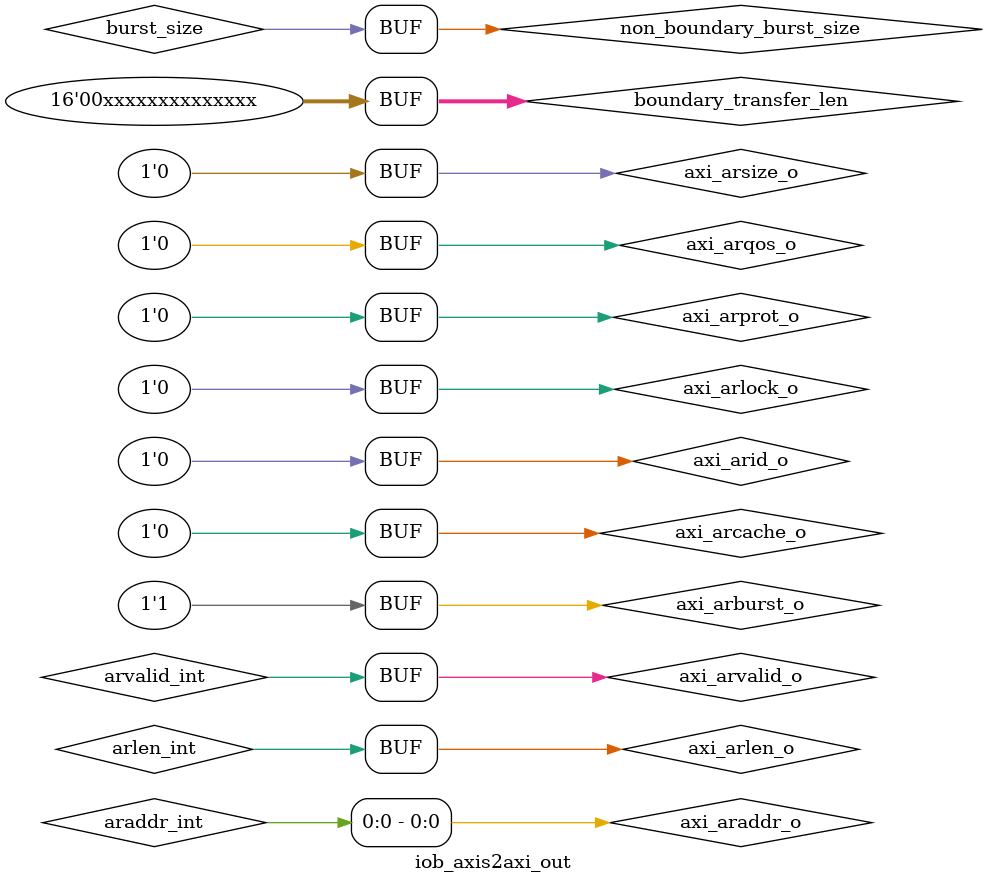
<source format=v>

`timescale 1ns / 1ps




module iob_axis2axi_out #(
   parameter AXI_ADDR_W = 0,
   parameter AXI_DATA_W = 32,  // We currently only support 4 byte transfers
   parameter AXI_LEN_W  = 8,
   parameter AXI_ID_W   = 1,
   parameter BURST_W    = 0
) (
   `include "iob_axis2axi_out_io.vs"
);

   localparam BURST_SIZE = 2 ** BURST_W;
   localparam BUFFER_W = BURST_W + 1;
   localparam BUFFER_SIZE = 2 ** BUFFER_W;

   localparam WAIT_START = 2'h0, BEGIN_LOCAL = 2'h1, TRANSFER = 2'h2, END_LOCAL = 2'h3;

   // Constants
   assign axi_arid_o    = 0;
   assign axi_arsize_o  = 2;
   assign axi_arburst_o = 1;
   assign axi_arlock_o  = 0;
   assign axi_arcache_o = 2;
   assign axi_arprot_o  = 2;
   assign axi_arqos_o   = 0;

   // Regs to assign to outputs
   reg                   arvalid_int;
   reg  [AXI_ADDR_W-1:0] araddr_int;
   wire [     BURST_W:0] arlen_int;

   // State regs
   reg  [           1:0] state_nxt;
   reg [AXI_ADDR_W-1:0] next_address, next_length;

   // Instantiation wires
   wire [AXI_ADDR_W-1:0] current_address, current_length;
   wire [      1:0] state;

   // Logical wires and combinatorial regs
   wire             doing_global_transfer = (state != 2'h0);
   wire             doing_local_transfer = (state == 2'h3);
   wire [     15:0] boundary_transfer_len = (16'h1000 - current_address[11:0]) >> 2;
   wire             normal_burst_possible = (current_length >= BURST_SIZE);
   wire             last_burst_possible = (current_length < BURST_SIZE);

   wire [BURST_W:0] burst_size;

   reg  [BURST_W:0] non_boundary_burst_size;
   always @* begin
      non_boundary_burst_size = 0;

      if (last_burst_possible) begin
         non_boundary_burst_size = current_length;
      end
      if (normal_burst_possible) non_boundary_burst_size = BURST_SIZE;
   end

   generate
      if (AXI_ADDR_W >= 13) begin  // 4k boundary can only happen to LEN higher or equal to 13

         wire [     12:0] boundary_transfer_len = (13'h1000 - current_address[11:0]) >> 2;

         reg  [BURST_W:0] boundary_burst_size;
         always @* begin
            boundary_burst_size = non_boundary_burst_size;

            if (non_boundary_burst_size > boundary_transfer_len)
               boundary_burst_size = boundary_transfer_len;
         end

         assign burst_size = boundary_burst_size;

      end else begin
         assign burst_size = non_boundary_burst_size;
      end
   endgenerate

   wire [BURST_W:0] transfer_len = burst_size - 1;

   // Assignment to outputs
   assign axis_out_data_o    = axi_rdata_i;
   assign axis_out_valid_o   = (doing_local_transfer && axi_rvalid_i);
   assign axi_rready_o       = (doing_local_transfer && axis_out_ready_i);
   assign config_out_ready_o = (state == WAIT_START);

   assign axi_araddr_o       = araddr_int;
   assign axi_arlen_o        = arlen_int;
   assign axi_arvalid_o      = arvalid_int;

   always @* begin
      state_nxt    = state;
      arvalid_int  = 1'b0;
      next_address = current_address;
      next_length  = current_length;

      case (state)
         WAIT_START:
         if (config_out_valid_i) begin
            next_address = config_out_addr_i;
            next_length  = config_out_length_i;
            if (config_out_length_i == 0) state_nxt = WAIT_START;
            else state_nxt = BEGIN_LOCAL;
         end
         BEGIN_LOCAL: begin
            next_length = current_length - burst_size;
            state_nxt   = TRANSFER;
         end
         TRANSFER: begin
            araddr_int  = current_address;
            arvalid_int = 1'b1;
            if (axi_arready_i) state_nxt = END_LOCAL;
         end
         END_LOCAL:
         if (axi_rlast_i && axi_rvalid_i && axi_rready_o) begin
            next_address = current_address + ((axi_arlen_o + 1) << 2);
            if (current_length == 0) state_nxt = WAIT_START;
            else state_nxt = BEGIN_LOCAL;
         end
      endcase
   end

   iob_reg_re #(BURST_W + 1, 0) axi_length_reg (
      `include "iob_axis2axi_out_clk_en_rst_s_s_portmap.vs"
      .rst_i (rst_i),
      .en_i  (state == BEGIN_LOCAL),
      .data_i(transfer_len),
      .data_o(arlen_int)
   );
   iob_reg_r #(AXI_ADDR_W, 0) address_reg (
      `include "iob_axis2axi_out_clk_en_rst_s_s_portmap.vs"
      .rst_i (rst_i),
      .data_i(next_address),
      .data_o(current_address)
   );
   iob_reg_r #(AXI_ADDR_W, 0) length_reg (
      `include "iob_axis2axi_out_clk_en_rst_s_s_portmap.vs"
      .rst_i (rst_i),
      .data_i(next_length),
      .data_o(current_length)
   );
   iob_reg_r #(2, 0) state_reg (
      `include "iob_axis2axi_out_clk_en_rst_s_s_portmap.vs"
      .rst_i (rst_i),
      .data_i(state_nxt),
      .data_o(state)
   );

endmodule

</source>
